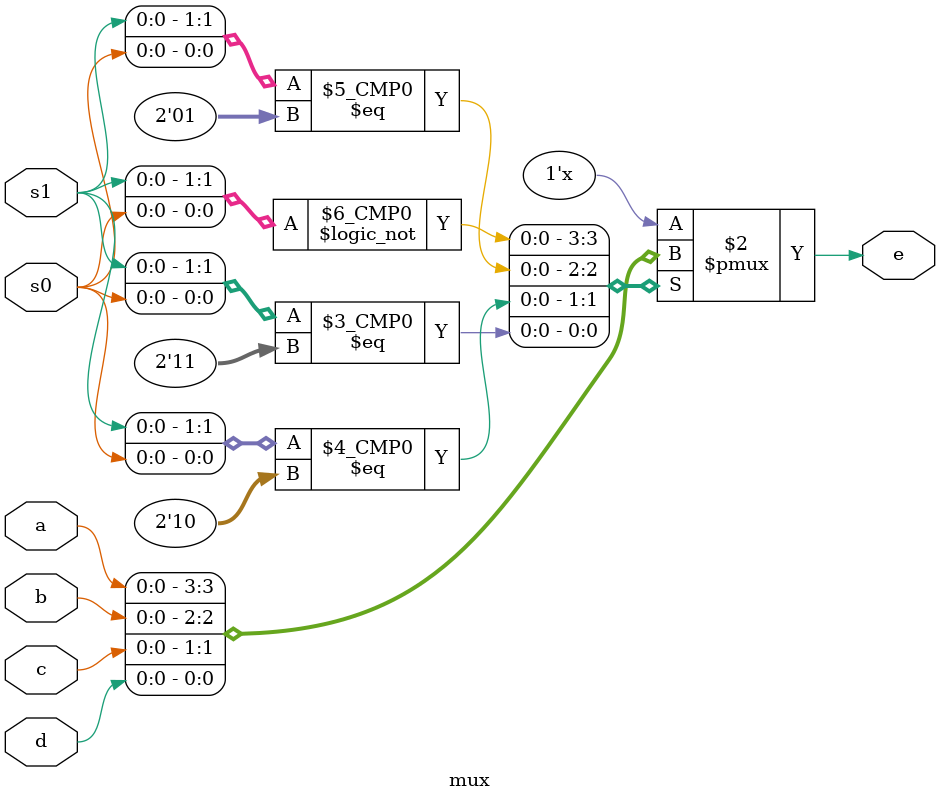
<source format=v>
module mux(a,b,c,d,e,s1,s0);
input a,b,c,d,s1,s0;
output reg e;

always @(*) begin

case({s1,s0})
  2'b00: e=a;
  2'b01: e=b;
  2'b10: e=c;
  2'b11: e=d;
  default: e=0;
endcase
end
endmodule

</source>
